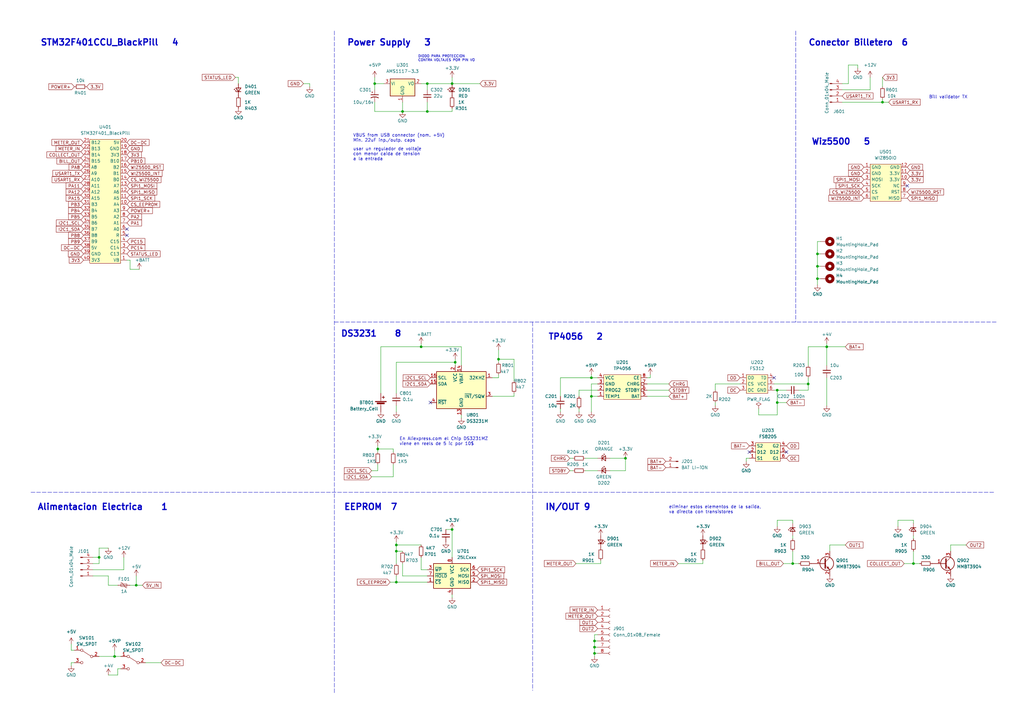
<source format=kicad_sch>
(kicad_sch (version 20211123) (generator eeschema)
  (paper "A3")
  (junction (at 153.67 34.29))
  (junction (at 40.64 228.6))
  (junction (at 242.57 154.94))
  (junction (at 175.26 45.72))
  (junction (at 325.12 231.14))
  (junction (at 46.99 269.24))
  (junction (at 243.84 262.89))
  (junction (at 172.72 142.24))
  (junction (at 162.56 238.76))
  (junction (at 331.47 157.48))
  (junction (at 154.94 184.15))
  (junction (at 243.84 265.43))
  (junction (at 318.77 160.02))
  (junction (at 186.69 148.59))
  (junction (at 165.1 45.72))
  (junction (at 185.42 217.17))
  (junction (at 243.84 267.97))
  (junction (at 339.09 142.24))
  (junction (at 204.47 147.32))
  (junction (at 256.54 187.96))
  (junction (at 55.88 240.03))
  (junction (at 335.28 104.14))
  (junction (at 318.77 165.1))
  (junction (at 185.42 34.29))
  (junction (at 162.56 226.06))
  (junction (at 361.95 41.91))
  (junction (at 374.65 231.14))
  (junction (at 162.56 223.52))
  (junction (at 242.57 162.56))
  (junction (at 335.28 114.3))
  (junction (at 175.26 34.29))
  (junction (at 335.28 109.22))
  (no_connect (at 317.5 154.94))
  (no_connect (at 372.11 76.2))
  (no_connect (at 176.53 165.1))
  (no_connect (at 322.58 185.42))
  (no_connect (at 307.34 185.42))
  (no_connect (at 52.07 96.52))
  (no_connect (at 52.07 93.98))
  (wire (pts (xy 53.34 106.68) (xy 52.07 106.68)))
  (wire (pts (xy 242.57 154.94) (xy 245.11 154.94)))
  (polyline (pts (xy 12.7 201.93) (xy 407.67 201.93)))
  (wire (pts (xy 189.23 142.24) (xy 172.72 142.24)))
  (wire (pts (xy 347.98 26.67) (xy 351.79 26.67)))
  (wire (pts (xy 161.29 184.15) (xy 154.94 184.15)))
  (wire (pts (xy 321.31 231.14) (xy 325.12 231.14)))
  (wire (pts (xy 370.84 231.14) (xy 374.65 231.14)))
  (wire (pts (xy 40.64 224.79) (xy 40.64 228.6)))
  (wire (pts (xy 204.47 147.32) (xy 204.47 148.59)))
  (wire (pts (xy 189.23 171.45) (xy 189.23 170.18)))
  (wire (pts (xy 48.26 276.86) (xy 48.26 274.32)))
  (wire (pts (xy 127 34.29) (xy 127 35.56)))
  (wire (pts (xy 185.42 217.17) (xy 185.42 228.6)))
  (wire (pts (xy 55.88 236.22) (xy 55.88 240.03)))
  (wire (pts (xy 331.47 142.24) (xy 331.47 149.86)))
  (wire (pts (xy 325.12 213.36) (xy 318.77 213.36)))
  (wire (pts (xy 243.84 265.43) (xy 243.84 267.97)))
  (wire (pts (xy 389.89 223.52) (xy 396.24 223.52)))
  (wire (pts (xy 242.57 153.67) (xy 242.57 154.94)))
  (wire (pts (xy 243.84 267.97) (xy 245.11 267.97)))
  (wire (pts (xy 162.56 238.76) (xy 160.02 238.76)))
  (wire (pts (xy 245.11 260.35) (xy 243.84 260.35)))
  (wire (pts (xy 210.82 162.56) (xy 210.82 161.29)))
  (wire (pts (xy 335.28 109.22) (xy 335.28 114.3)))
  (wire (pts (xy 97.79 34.29) (xy 97.79 31.75)))
  (wire (pts (xy 311.15 167.64) (xy 311.15 170.18)))
  (wire (pts (xy 162.56 166.37) (xy 162.56 168.91)))
  (wire (pts (xy 175.26 36.83) (xy 175.26 34.29)))
  (wire (pts (xy 38.1 233.68) (xy 50.8 233.68)))
  (wire (pts (xy 161.29 190.5) (xy 161.29 195.58)))
  (wire (pts (xy 335.28 99.06) (xy 335.28 104.14)))
  (wire (pts (xy 243.84 262.89) (xy 245.11 262.89)))
  (wire (pts (xy 162.56 226.06) (xy 162.56 231.14)))
  (wire (pts (xy 152.4 195.58) (xy 161.29 195.58)))
  (wire (pts (xy 340.36 226.06) (xy 340.36 223.52)))
  (wire (pts (xy 44.45 224.79) (xy 40.64 224.79)))
  (wire (pts (xy 345.44 36.83) (xy 356.87 36.83)))
  (wire (pts (xy 331.47 154.94) (xy 331.47 157.48)))
  (wire (pts (xy 335.28 114.3) (xy 336.55 114.3)))
  (wire (pts (xy 325.12 226.06) (xy 325.12 231.14)))
  (wire (pts (xy 210.82 147.32) (xy 210.82 156.21)))
  (wire (pts (xy 44.45 276.86) (xy 48.26 276.86)))
  (wire (pts (xy 97.79 31.75) (xy 96.52 31.75)))
  (wire (pts (xy 274.32 160.02) (xy 265.43 160.02)))
  (wire (pts (xy 340.36 223.52) (xy 346.71 223.52)))
  (wire (pts (xy 161.29 185.42) (xy 161.29 184.15)))
  (wire (pts (xy 274.32 162.56) (xy 265.43 162.56)))
  (wire (pts (xy 30.48 266.7) (xy 29.21 266.7)))
  (wire (pts (xy 175.26 233.68) (xy 172.72 233.68)))
  (wire (pts (xy 351.79 26.67) (xy 351.79 27.94)))
  (wire (pts (xy 245.11 157.48) (xy 242.57 157.48)))
  (wire (pts (xy 374.65 219.71) (xy 374.65 220.98)))
  (wire (pts (xy 246.38 231.14) (xy 246.38 229.87)))
  (wire (pts (xy 389.89 226.06) (xy 389.89 223.52)))
  (wire (pts (xy 186.69 147.32) (xy 186.69 148.59)))
  (wire (pts (xy 335.28 104.14) (xy 335.28 109.22)))
  (wire (pts (xy 325.12 219.71) (xy 325.12 220.98)))
  (wire (pts (xy 46.99 269.24) (xy 49.53 269.24)))
  (wire (pts (xy 162.56 222.25) (xy 162.56 223.52)))
  (wire (pts (xy 153.67 34.29) (xy 153.67 36.83)))
  (wire (pts (xy 48.26 274.32) (xy 49.53 274.32)))
  (wire (pts (xy 175.26 236.22) (xy 165.1 236.22)))
  (wire (pts (xy 204.47 143.51) (xy 204.47 147.32)))
  (wire (pts (xy 325.12 231.14) (xy 327.66 231.14)))
  (wire (pts (xy 242.57 157.48) (xy 242.57 162.56)))
  (wire (pts (xy 243.84 267.97) (xy 243.84 269.24)))
  (wire (pts (xy 186.69 148.59) (xy 186.69 149.86)))
  (wire (pts (xy 233.68 187.96) (xy 234.95 187.96)))
  (wire (pts (xy 318.77 160.02) (xy 322.58 160.02)))
  (wire (pts (xy 243.84 265.43) (xy 245.11 265.43)))
  (wire (pts (xy 210.82 147.32) (xy 204.47 147.32)))
  (wire (pts (xy 293.37 157.48) (xy 293.37 160.02)))
  (wire (pts (xy 331.47 142.24) (xy 339.09 142.24)))
  (wire (pts (xy 165.1 45.72) (xy 175.26 45.72)))
  (wire (pts (xy 162.56 148.59) (xy 186.69 148.59)))
  (wire (pts (xy 246.38 231.14) (xy 236.22 231.14)))
  (wire (pts (xy 201.93 162.56) (xy 210.82 162.56)))
  (polyline (pts (xy 218.44 132.08) (xy 218.44 283.21)))
  (wire (pts (xy 44.45 236.22) (xy 44.45 240.03)))
  (wire (pts (xy 265.43 154.94) (xy 266.7 154.94)))
  (wire (pts (xy 162.56 238.76) (xy 162.56 236.22)))
  (wire (pts (xy 345.44 41.91) (xy 361.95 41.91)))
  (wire (pts (xy 55.88 240.03) (xy 58.42 240.03)))
  (wire (pts (xy 175.26 34.29) (xy 185.42 34.29)))
  (wire (pts (xy 243.84 262.89) (xy 243.84 265.43)))
  (wire (pts (xy 250.19 187.96) (xy 256.54 187.96)))
  (wire (pts (xy 364.49 41.91) (xy 361.95 41.91)))
  (wire (pts (xy 162.56 223.52) (xy 172.72 223.52)))
  (wire (pts (xy 317.5 160.02) (xy 318.77 160.02)))
  (wire (pts (xy 250.19 193.04) (xy 256.54 193.04)))
  (wire (pts (xy 165.1 226.06) (xy 162.56 226.06)))
  (wire (pts (xy 59.69 271.78) (xy 66.04 271.78)))
  (wire (pts (xy 274.32 157.48) (xy 265.43 157.48)))
  (wire (pts (xy 327.66 160.02) (xy 331.47 160.02)))
  (wire (pts (xy 154.94 190.5) (xy 154.94 193.04)))
  (wire (pts (xy 53.34 110.49) (xy 53.34 106.68)))
  (wire (pts (xy 229.87 154.94) (xy 229.87 162.56)))
  (wire (pts (xy 345.44 34.29) (xy 347.98 34.29)))
  (wire (pts (xy 153.67 45.72) (xy 165.1 45.72)))
  (wire (pts (xy 303.53 157.48) (xy 293.37 157.48)))
  (wire (pts (xy 240.03 193.04) (xy 245.11 193.04)))
  (wire (pts (xy 29.21 264.16) (xy 29.21 266.7)))
  (wire (pts (xy 185.42 245.11) (xy 185.42 243.84)))
  (wire (pts (xy 175.26 45.72) (xy 185.42 45.72)))
  (wire (pts (xy 50.8 233.68) (xy 50.8 228.6)))
  (wire (pts (xy 172.72 140.97) (xy 172.72 142.24)))
  (wire (pts (xy 339.09 140.97) (xy 339.09 142.24)))
  (wire (pts (xy 339.09 154.94) (xy 339.09 166.37)))
  (wire (pts (xy 44.45 240.03) (xy 48.26 240.03)))
  (wire (pts (xy 182.88 217.17) (xy 185.42 217.17)))
  (wire (pts (xy 306.07 187.96) (xy 306.07 189.23)))
  (wire (pts (xy 153.67 31.75) (xy 153.67 34.29)))
  (wire (pts (xy 339.09 142.24) (xy 346.71 142.24)))
  (wire (pts (xy 40.64 269.24) (xy 46.99 269.24)))
  (wire (pts (xy 335.28 109.22) (xy 336.55 109.22)))
  (wire (pts (xy 229.87 168.91) (xy 229.87 167.64)))
  (wire (pts (xy 229.87 154.94) (xy 242.57 154.94)))
  (wire (pts (xy 318.77 165.1) (xy 318.77 160.02)))
  (wire (pts (xy 243.84 260.35) (xy 243.84 262.89)))
  (wire (pts (xy 53.34 240.03) (xy 55.88 240.03)))
  (wire (pts (xy 256.54 187.96) (xy 256.54 193.04)))
  (wire (pts (xy 154.94 184.15) (xy 154.94 185.42)))
  (wire (pts (xy 318.77 213.36) (xy 318.77 215.9)))
  (wire (pts (xy 318.77 170.18) (xy 318.77 165.1)))
  (wire (pts (xy 266.7 154.94) (xy 266.7 153.67)))
  (wire (pts (xy 325.12 214.63) (xy 325.12 213.36)))
  (wire (pts (xy 124.46 34.29) (xy 127 34.29)))
  (wire (pts (xy 162.56 161.29) (xy 162.56 148.59)))
  (wire (pts (xy 172.72 233.68) (xy 172.72 228.6)))
  (wire (pts (xy 153.67 34.29) (xy 157.48 34.29)))
  (wire (pts (xy 374.65 231.14) (xy 377.19 231.14)))
  (wire (pts (xy 307.34 187.96) (xy 306.07 187.96)))
  (wire (pts (xy 38.1 236.22) (xy 44.45 236.22)))
  (wire (pts (xy 311.15 170.18) (xy 318.77 170.18)))
  (wire (pts (xy 165.1 236.22) (xy 165.1 231.14)))
  (wire (pts (xy 152.4 193.04) (xy 154.94 193.04)))
  (polyline (pts (xy 137.16 12.7) (xy 137.16 284.48)))
  (polyline (pts (xy 326.39 12.7) (xy 326.39 132.08)))
  (wire (pts (xy 356.87 36.83) (xy 356.87 31.75)))
  (wire (pts (xy 242.57 162.56) (xy 245.11 162.56)))
  (polyline (pts (xy 137.16 132.08) (xy 408.94 132.08)))
  (wire (pts (xy 40.64 228.6) (xy 40.64 231.14)))
  (wire (pts (xy 374.65 214.63) (xy 374.65 213.36)))
  (wire (pts (xy 154.94 182.88) (xy 154.94 184.15)))
  (wire (pts (xy 368.3 213.36) (xy 368.3 215.9)))
  (wire (pts (xy 162.56 238.76) (xy 175.26 238.76)))
  (wire (pts (xy 172.72 142.24) (xy 156.21 142.24)))
  (wire (pts (xy 201.93 154.94) (xy 204.47 154.94)))
  (wire (pts (xy 46.99 266.7) (xy 46.99 269.24)))
  (wire (pts (xy 162.56 223.52) (xy 162.56 226.06)))
  (wire (pts (xy 29.21 271.78) (xy 29.21 273.05)))
  (wire (pts (xy 233.68 193.04) (xy 234.95 193.04)))
  (wire (pts (xy 374.65 226.06) (xy 374.65 231.14)))
  (wire (pts (xy 185.42 31.75) (xy 185.42 34.29)))
  (wire (pts (xy 38.1 228.6) (xy 40.64 228.6)))
  (wire (pts (xy 361.95 40.64) (xy 361.95 41.91)))
  (wire (pts (xy 172.72 34.29) (xy 175.26 34.29)))
  (wire (pts (xy 293.37 165.1) (xy 293.37 166.37)))
  (wire (pts (xy 185.42 34.29) (xy 196.85 34.29)))
  (wire (pts (xy 245.11 160.02) (xy 237.49 160.02)))
  (wire (pts (xy 339.09 142.24) (xy 339.09 149.86)))
  (wire (pts (xy 242.57 162.56) (xy 242.57 168.91)))
  (wire (pts (xy 336.55 99.06) (xy 335.28 99.06)))
  (wire (pts (xy 153.67 41.91) (xy 153.67 45.72)))
  (wire (pts (xy 175.26 41.91) (xy 175.26 45.72)))
  (wire (pts (xy 189.23 149.86) (xy 189.23 142.24)))
  (wire (pts (xy 331.47 157.48) (xy 331.47 160.02)))
  (wire (pts (xy 156.21 142.24) (xy 156.21 161.29)))
  (wire (pts (xy 361.95 31.75) (xy 361.95 35.56)))
  (wire (pts (xy 335.28 104.14) (xy 336.55 104.14)))
  (wire (pts (xy 374.65 213.36) (xy 368.3 213.36)))
  (wire (pts (xy 322.58 165.1) (xy 318.77 165.1)))
  (wire (pts (xy 30.48 271.78) (xy 29.21 271.78)))
  (wire (pts (xy 165.1 41.91) (xy 165.1 45.72)))
  (wire (pts (xy 240.03 187.96) (xy 245.11 187.96)))
  (wire (pts (xy 347.98 34.29) (xy 347.98 26.67)))
  (wire (pts (xy 57.15 110.49) (xy 53.34 110.49)))
  (wire (pts (xy 317.5 157.48) (xy 331.47 157.48)))
  (wire (pts (xy 288.29 231.14) (xy 288.29 229.87)))
  (wire (pts (xy 335.28 114.3) (xy 335.28 116.84)))
  (wire (pts (xy 204.47 154.94) (xy 204.47 153.67)))
  (wire (pts (xy 38.1 231.14) (xy 40.64 231.14)))
  (wire (pts (xy 185.42 45.72) (xy 185.42 44.45)))
  (wire (pts (xy 237.49 167.64) (xy 237.49 168.91)))
  (wire (pts (xy 237.49 160.02) (xy 237.49 162.56)))
  (wire (pts (xy 288.29 231.14) (xy 278.13 231.14)))
  (text "Conector Billetero  6" (at 331.47 19.05 0) (effects (font (size 2.5 2.5) (thickness 0.5) bold) (justify left bottom)))
  (text "DIODO PARA PROTECCION \nCONTRA VOLTAJES POR PIN VO" (at 171.45 25.4 0) (effects (font (size 1 1)) (justify left bottom)))
  (text "eliminar estos elementos de la salida,\nva directa con transistores" (at 274.32 210.82 0) (effects (font (size 1.27 1.27)) (justify left bottom)))
  (text "DS3231    8" (at 139.7 138.43 0) (effects (font (size 2.5 2.5) (thickness 0.5) bold) (justify left bottom)))
  (text "usar un regulador de voltaje\ncon menor caida de tension \na la entrada" (at 144.78 66.04 0) (effects (font (size 1.27 1.27)) (justify left bottom)))
  (text "Alimentacion Electrica    1" (at 15.24 209.55 0) (effects (font (size 2.54 2.54) (thickness 0.508) bold) (justify left bottom)))
  (text "IN/OUT 9" (at 223.52 209.55 0) (effects (font (size 2.54 2.54) (thickness 0.508) bold) (justify left bottom)))
  (text "En Aliexpress.com el Chip DS3231MZ\nviene en reels de 5 ic por 10$" (at 163.83 182.88 0) (effects (font (size 1.27 1.27)) (justify left bottom)))
  (text "Power Supply   3" (at 142.24 19.05 0) (effects (font (size 2.54 2.54) (thickness 0.508) bold) (justify left bottom)))
  (text "STM32F401CCU_BlackPill   4" (at 16.51 19.05 0) (effects (font (size 2.54 2.54) (thickness 0.508) bold) (justify left bottom)))
  (text "EEPROM  7\n" (at 140.97 209.55 0) (effects (font (size 2.54 2.54) (thickness 0.508) bold) (justify left bottom)))
  (text "Wiz5500   5" (at 332.74 59.69 0) (effects (font (size 2.5 2.5) (thickness 0.5) bold) (justify left bottom)))
  (text "TP4056   2\n" (at 224.79 139.7 0) (effects (font (size 2.5 2.5) (thickness 0.5) bold) (justify left bottom)))
  (text "VBUS from USB connector (nom. +5V)\nMin. 22uF inp./outp. caps" (at 144.78 58.42 0) (effects (font (size 1.27 1.27)) (justify left bottom)))
  (text "Bill validator TX" (at 381 40.64 0) (effects (font (size 1.27 1.27)) (justify left bottom)))
  (global_label "OUT2" (shape input) (at 245.11 257.81 180) (property "Referencias entre hojas" "${INTERSHEET_REFS}" (effects hide)))
  (global_label "PB4" (shape input) (at 34.29 86.36 180) (property "Referencias entre hojas" "${INTERSHEET_REFS}" (effects hide)))
  (global_label "SPI1_SCK" (shape input) (at 52.07 81.28 0) (property "Referencias entre hojas" "${INTERSHEET_REFS}" (effects hide)))
  (global_label "3.3V" (shape input) (at 196.85 34.29 0) (property "Referencias entre hojas" "${INTERSHEET_REFS}" (effects hide)))
  (global_label "BAT+" (shape input) (at 274.32 162.56 0) (property "Referencias entre hojas" "${INTERSHEET_REFS}" (effects hide)))
  (global_label "BILL_OUT" (shape input) (at 34.29 66.04 180) (property "Referencias entre hojas" "${INTERSHEET_REFS}" (effects hide)))
  (global_label "STDBY" (shape input) (at 233.68 193.04 180) (property "Referencias entre hojas" "${INTERSHEET_REFS}" (effects hide)))
  (global_label "OUT1" (shape input) (at 245.11 255.27 180) (property "Referencias entre hojas" "${INTERSHEET_REFS}" (effects hide)))
  (global_label "WIZ5500_INT" (shape input) (at 354.33 81.28 180) (property "Referencias entre hojas" "${INTERSHEET_REFS}" (effects hide)))
  (global_label "CS_EEPROM" (shape input) (at 52.07 83.82 0) (property "Referencias entre hojas" "${INTERSHEET_REFS}" (effects hide)))
  (global_label "BAT+" (shape input) (at 273.05 189.23 180) (property "Referencias entre hojas" "${INTERSHEET_REFS}" (effects hide)))
  (global_label "3V3" (shape input) (at 34.29 106.68 180) (property "Referencias entre hojas" "${INTERSHEET_REFS}" (effects hide)))
  (global_label "PA11" (shape input) (at 34.29 76.2 180) (property "Referencias entre hojas" "${INTERSHEET_REFS}" (effects hide)))
  (global_label "METER_OUT" (shape input) (at 236.22 231.14 180) (property "Referencias entre hojas" "${INTERSHEET_REFS}" (effects hide)))
  (global_label "DC-DC" (shape input) (at 34.29 101.6 180) (property "Referencias entre hojas" "${INTERSHEET_REFS}" (effects hide)))
  (global_label "I2C1_SDA" (shape input) (at 152.4 195.58 180) (property "Referencias entre hojas" "${INTERSHEET_REFS}" (effects hide)))
  (global_label "SPI1_SCK" (shape input) (at 195.58 233.68 0) (property "Referencias entre hojas" "${INTERSHEET_REFS}" (effects hide)))
  (global_label "METER_IN" (shape input) (at 278.13 231.14 180) (property "Referencias entre hojas" "${INTERSHEET_REFS}" (effects hide)))
  (global_label "PA12" (shape input) (at 34.29 78.74 180) (property "Referencias entre hojas" "${INTERSHEET_REFS}" (effects hide)))
  (global_label "USART1_RX" (shape input) (at 364.49 41.91 0) (property "Referencias entre hojas" "${INTERSHEET_REFS}" (effects hide)))
  (global_label "OUT2" (shape input) (at 396.24 223.52 0) (property "Referencias entre hojas" "${INTERSHEET_REFS}" (effects hide)))
  (global_label "STDBY" (shape input) (at 274.32 160.02 0) (property "Referencias entre hojas" "${INTERSHEET_REFS}" (effects hide)))
  (global_label "PC14" (shape input) (at 52.07 101.6 0) (property "Referencias entre hojas" "${INTERSHEET_REFS}" (effects hide)))
  (global_label "BAT-" (shape input) (at 273.05 191.77 180) (property "Referencias entre hojas" "${INTERSHEET_REFS}" (effects hide)))
  (global_label "GND" (shape input) (at 354.33 68.58 180) (property "Referencias entre hojas" "${INTERSHEET_REFS}" (effects hide)))
  (global_label "3.3V" (shape input) (at 372.11 73.66 0) (property "Referencias entre hojas" "${INTERSHEET_REFS}" (effects hide)))
  (global_label "I2C1_SDA" (shape input) (at 34.29 93.98 180) (property "Referencias entre hojas" "${INTERSHEET_REFS}" (effects hide)))
  (global_label "COLLECT_OUT" (shape input) (at 34.29 63.5 180) (property "Referencias entre hojas" "${INTERSHEET_REFS}" (effects hide)))
  (global_label "GND" (shape input) (at 124.46 34.29 180) (property "Referencias entre hojas" "${INTERSHEET_REFS}" (effects hide)))
  (global_label "OD" (shape input) (at 322.58 182.88 0) (property "Referencias entre hojas" "${INTERSHEET_REFS}" (effects hide)))
  (global_label "CS_WIZ5500" (shape input) (at 52.07 73.66 0) (property "Referencias entre hojas" "${INTERSHEET_REFS}" (effects hide)))
  (global_label "POWER+" (shape input) (at 30.48 35.56 180) (property "Referencias entre hojas" "${INTERSHEET_REFS}" (effects hide)))
  (global_label "PB9" (shape input) (at 34.29 99.06 180) (property "Referencias entre hojas" "${INTERSHEET_REFS}" (effects hide)))
  (global_label "CS_EEPROM" (shape input) (at 160.02 238.76 180) (property "Referencias entre hojas" "${INTERSHEET_REFS}" (effects hide)))
  (global_label "I2C1_SCL" (shape input) (at 34.29 91.44 180) (property "Referencias entre hojas" "${INTERSHEET_REFS}" (effects hide)))
  (global_label "DC-DC" (shape input) (at 66.04 271.78 0) (property "Referencias entre hojas" "${INTERSHEET_REFS}" (effects hide)))
  (global_label "METER_OUT" (shape input) (at 34.29 58.42 180) (property "Referencias entre hojas" "${INTERSHEET_REFS}" (effects hide)))
  (global_label "PA1" (shape input) (at 52.07 91.44 0) (property "Referencias entre hojas" "${INTERSHEET_REFS}" (effects hide)))
  (global_label "SPI1_MISO" (shape input) (at 52.07 78.74 0) (property "Referencias entre hojas" "${INTERSHEET_REFS}" (effects hide)))
  (global_label "SPI_MOSI" (shape input) (at 195.58 236.22 0) (property "Referencias entre hojas" "${INTERSHEET_REFS}" (effects hide)))
  (global_label "WIZ5500_RST" (shape input) (at 52.07 68.58 0) (property "Referencias entre hojas" "${INTERSHEET_REFS}" (effects hide)))
  (global_label "I2C1_SDA" (shape input) (at 176.53 157.48 180) (property "Referencias entre hojas" "${INTERSHEET_REFS}" (effects hide)))
  (global_label "BAT-" (shape input) (at 307.34 182.88 180) (property "Referencias entre hojas" "${INTERSHEET_REFS}" (effects hide)))
  (global_label "SPI1_MISO" (shape input) (at 372.11 81.28 0) (property "Referencias entre hojas" "${INTERSHEET_REFS}" (effects hide)))
  (global_label "I2C1_SCL" (shape input) (at 152.4 193.04 180) (property "Referencias entre hojas" "${INTERSHEET_REFS}" (effects hide)))
  (global_label "OC" (shape input) (at 322.58 187.96 0) (property "Referencias entre hojas" "${INTERSHEET_REFS}" (effects hide)))
  (global_label "STATUS_LED" (shape input) (at 52.07 104.14 0) (property "Referencias entre hojas" "${INTERSHEET_REFS}" (effects hide)))
  (global_label "PA15" (shape input) (at 34.29 81.28 180) (property "Referencias entre hojas" "${INTERSHEET_REFS}" (effects hide)))
  (global_label "SPI1_MOSI" (shape input) (at 354.33 73.66 180) (property "Referencias entre hojas" "${INTERSHEET_REFS}" (effects hide)))
  (global_label "GND" (shape input) (at 52.07 60.96 0) (property "Referencias entre hojas" "${INTERSHEET_REFS}" (effects hide)))
  (global_label "BAT-" (shape input) (at 322.58 165.1 0) (property "Referencias entre hojas" "${INTERSHEET_REFS}" (effects hide)))
  (global_label "BAT+" (shape input) (at 346.71 142.24 0) (property "Referencias entre hojas" "${INTERSHEET_REFS}" (effects hide)))
  (global_label "PA8" (shape input) (at 34.29 68.58 180) (property "Referencias entre hojas" "${INTERSHEET_REFS}" (effects hide)))
  (global_label "PB8" (shape input) (at 34.29 96.52 180) (property "Referencias entre hojas" "${INTERSHEET_REFS}" (effects hide)))
  (global_label "GND" (shape input) (at 354.33 71.12 180) (property "Referencias entre hojas" "${INTERSHEET_REFS}" (effects hide)))
  (global_label "CHRG" (shape input) (at 274.32 157.48 0) (property "Referencias entre hojas" "${INTERSHEET_REFS}" (effects hide)))
  (global_label "WIZ5500_RST" (shape input) (at 372.11 78.74 0) (property "Referencias entre hojas" "${INTERSHEET_REFS}" (effects hide)))
  (global_label "POWER+" (shape input) (at 52.07 86.36 0) (property "Referencias entre hojas" "${INTERSHEET_REFS}" (effects hide)))
  (global_label "PB3" (shape input) (at 34.29 83.82 180) (property "Referencias entre hojas" "${INTERSHEET_REFS}" (effects hide)))
  (global_label "SPI1_MOSI" (shape input) (at 52.07 76.2 0) (property "Referencias entre hojas" "${INTERSHEET_REFS}" (effects hide)))
  (global_label "OD" (shape input) (at 303.53 154.94 180) (property "Referencias entre hojas" "${INTERSHEET_REFS}" (effects hide)))
  (global_label "CS_WIZ5500" (shape input) (at 354.33 78.74 180) (property "Referencias entre hojas" "${INTERSHEET_REFS}" (effects hide)))
  (global_label "STATUS_LED" (shape input) (at 96.52 31.75 180) (property "Referencias entre hojas" "${INTERSHEET_REFS}" (effects hide)))
  (global_label "METER_OUT" (shape input) (at 245.11 252.73 180) (property "Referencias entre hojas" "${INTERSHEET_REFS}" (effects hide)))
  (global_label "3V3" (shape input) (at 52.07 63.5 0) (property "Referencias entre hojas" "${INTERSHEET_REFS}" (effects hide)))
  (global_label "DC-DC" (shape input) (at 52.07 58.42 0) (property "Referencias entre hojas" "${INTERSHEET_REFS}" (effects hide)))
  (global_label "GND" (shape input) (at 34.29 104.14 180) (property "Referencias entre hojas" "${INTERSHEET_REFS}" (effects hide)))
  (global_label "WIZ5500_INT" (shape input) (at 52.07 71.12 0) (property "Referencias entre hojas" "${INTERSHEET_REFS}" (effects hide)))
  (global_label "PA2" (shape input) (at 52.07 88.9 0) (property "Referencias entre hojas" "${INTERSHEET_REFS}" (effects hide)))
  (global_label "SPI1_SCK" (shape input) (at 354.33 76.2 180) (property "Referencias entre hojas" "${INTERSHEET_REFS}" (effects hide)))
  (global_label "GND" (shape input) (at 372.11 68.58 0) (property "Referencias entre hojas" "${INTERSHEET_REFS}" (effects hide)))
  (global_label "COLLECT_OUT" (shape input) (at 370.84 231.14 180) (property "Referencias entre hojas" "${INTERSHEET_REFS}" (effects hide)))
  (global_label "I2C1_SCL" (shape input) (at 176.53 154.94 180) (property "Referencias entre hojas" "${INTERSHEET_REFS}" (effects hide)))
  (global_label "METER_IN" (shape input) (at 245.11 250.19 180) (property "Referencias entre hojas" "${INTERSHEET_REFS}" (effects hide)))
  (global_label "PB5" (shape input) (at 34.29 88.9 180) (property "Referencias entre hojas" "${INTERSHEET_REFS}" (effects hide)))
  (global_label "USART1_TX" (shape input) (at 34.29 71.12 180) (property "Referencias entre hojas" "${INTERSHEET_REFS}" (effects hide)))
  (global_label "OC" (shape input) (at 303.53 160.02 180) (property "Referencias entre hojas" "${INTERSHEET_REFS}" (effects hide)))
  (global_label "BILL_OUT" (shape input) (at 321.31 231.14 180) (property "Referencias entre hojas" "${INTERSHEET_REFS}" (effects hide)))
  (global_label "3.3V" (shape input) (at 372.11 71.12 0) (property "Referencias entre hojas" "${INTERSHEET_REFS}" (effects hide)))
  (global_label "3V3" (shape input) (at 361.95 31.75 0) (property "Referencias entre hojas" "${INTERSHEET_REFS}" (effects hide)))
  (global_label "SPI1_MISO" (shape input) (at 195.58 238.76 0) (property "Referencias entre hojas" "${INTERSHEET_REFS}" (effects hide)))
  (global_label "5V_IN" (shape input) (at 58.42 240.03 0) (property "Referencias entre hojas" "${INTERSHEET_REFS}" (effects hide)))
  (global_label "OUT1" (shape input) (at 346.71 223.52 0) (property "Referencias entre hojas" "${INTERSHEET_REFS}" (effects hide)))
  (global_label "CHRG" (shape input) (at 233.68 187.96 180) (property "Referencias entre hojas" "${INTERSHEET_REFS}" (effects hide)))
  (global_label "3.3V" (shape input) (at 35.56 35.56 0) (property "Referencias entre hojas" "${INTERSHEET_REFS}" (effects hide)))
  (global_label "METER_IN" (shape input) (at 34.29 60.96 180) (property "Referencias entre hojas" "${INTERSHEET_REFS}" (effects hide)))
  (global_label "PC15" (shape input) (at 52.07 99.06 0) (property "Referencias entre hojas" "${INTERSHEET_REFS}" (effects hide)))
  (global_label "PB10" (shape input) (at 52.07 66.04 0) (property "Referencias entre hojas" "${INTERSHEET_REFS}" (effects hide)))
  (global_label "USART1_RX" (shape input) (at 34.29 73.66 180) (property "Referencias entre hojas" "${INTERSHEET_REFS}" (effects hide)))
  (global_label "USART1_TX" (shape input) (at 345.44 39.37 0) (property "Referencias entre hojas" "${INTERSHEET_REFS}" (effects hide)))
  (symbol (lib_id "power:+12V") (at 50.8 228.6 0) (unit 1)
    (property "Reference" "#PWR0104" (effects hide))
    (property "Value" "+12V" (at 50.8 224.79 0))
  )
  (symbol (lib_id "power:+5V") (at 55.88 236.22 0) (unit 1)
    (property "Reference" "#PWR0107" (effects hide))
    (property "Value" "+5V" (at 55.88 232.41 0))
  )
  (symbol (lib_id "Connector:Conn_01x04_Male") (at 33.02 233.68 0) (mirror x) (unit 1)
    (property "Reference" "J101" (at 34.29 226.06 0))
    (property "Value" "Conn_01x04_Male" (at 29.21 232.41 90))
    (property "Footprint" "Library:Molex_Mini-Fit_Jr_5566-04A" (effects hide))
  )
  (symbol (lib_id "power:GND") (at 237.49 168.91 0) (unit 1)
    (property "Reference" "#PWR0116" (effects hide))
    (property "Value" "GND" (at 237.49 172.72 0))
  )
  (symbol (lib_id "Device:LED_Small") (at 247.65 193.04 0) (unit 1)
    (property "Reference" "D202" (at 247.65 198.12 0))
    (property "Value" "GREEN" (at 247.65 195.58 0))
    (property "Footprint" "LED_SMD:LED_0603_1608Metric" (effects hide))
    (property "LCSC Part #" "C375574" (effects hide))
  )
  (symbol (lib_id "Device:R_Small") (at 379.73 231.14 270) (unit 1)
    (property "Reference" "R906" (at 381 233.68 90))
    (property "Value" "330" (at 379.73 228.6 90))
    (property "Footprint" "Resistor_SMD:R_0402_1005Metric" (effects hide))
    (property "LCSC Part #" "C105876" (effects hide))
  )
  (symbol (lib_id "power:+3.3V") (at 154.94 182.88 0) (unit 1)
    (property "Reference" "#PWR0121" (effects hide))
    (property "Value" "+3.3V" (at 153.67 179.07 0))
  )
  (symbol (lib_id "Device:R_Small") (at 361.95 38.1 180) (unit 1)
    (property "Reference" "R601" (at 365.76 36.83 0))
    (property "Value" "10k" (at 365.76 39.37 0))
    (property "Footprint" "Resistor_SMD:R_0402_1005Metric" (effects hide))
    (property "LCSC Part #" "C144754" (effects hide))
  )
  (symbol (lib_id "power:GND") (at 97.79 44.45 0) (unit 1)
    (property "Reference" "#PWR0118" (effects hide))
    (property "Value" "GND" (at 97.79 48.26 0))
  )
  (symbol (lib_id "power:+5VP") (at 46.99 266.7 0) (unit 1)
    (property "Reference" "#PWR0103" (effects hide))
    (property "Value" "+5VP" (at 46.99 262.89 0))
  )
  (symbol (lib_id "Device:C_Small") (at 182.88 219.71 0) (mirror y) (unit 1)
    (property "Reference" "C701" (at 181.61 217.17 0) (effects (justify left)))
    (property "Value" "0.1u" (at 180.34 219.71 0) (effects (justify left)))
    (property "Footprint" "Capacitor_SMD:C_0805_2012Metric" (effects hide))
    (property "LCSC Part #" "C40894" (effects hide))
  )
  (symbol (lib_id "Device:C_Small") (at 162.56 163.83 0) (unit 1)
    (property "Reference" "C801" (at 163.83 161.29 0) (effects (justify left)))
    (property "Value" "0.1u" (at 165.1 163.83 0) (effects (justify left)))
    (property "Footprint" "Capacitor_SMD:C_0805_2012Metric" (effects hide))
    (property "LCSC Part #" "C40894" (effects hide))
  )
  (symbol (lib_id "power:+BATT") (at 57.15 110.49 0) (unit 1)
    (property "Reference" "#PWR0119" (effects hide))
    (property "Value" "+BATT" (at 58.42 106.68 0))
  )
  (symbol (lib_id "power:+5VP") (at 266.7 153.67 0) (unit 1)
    (property "Reference" "#PWR0144" (effects hide))
    (property "Value" "+5VP" (at 266.7 149.86 0))
  )
  (symbol (lib_id "power:GND") (at 189.23 171.45 0) (unit 1)
    (property "Reference" "#PWR0117" (effects hide))
    (property "Value" "GND" (at 189.23 175.26 0))
  )
  (symbol (lib_id "Library:FS8205") (at 314.96 185.42 0) (mirror x) (unit 1)
    (property "Reference" "U203" (at 314.96 176.53 0))
    (property "Value" "FS8205" (at 314.96 179.07 0))
    (property "Footprint" "Package_TO_SOT_SMD:TSOT-23-6_HandSoldering" (effects hide))
  )
  (symbol (lib_id "power:GND") (at 242.57 168.91 0) (unit 1)
    (property "Reference" "#PWR0113" (effects hide))
    (property "Value" "GND" (at 242.57 172.72 0))
  )
  (symbol (lib_id "power:+3.3V") (at 256.54 187.96 0) (unit 1)
    (property "Reference" "#PWR0122" (effects hide))
    (property "Value" "+3.3V" (at 256.54 184.15 0))
  )
  (symbol (lib_id "Device:C_Small") (at 339.09 152.4 180) (unit 1)
    (property "Reference" "C203" (at 345.44 154.94 0) (effects (justify left)))
    (property "Value" "10u" (at 344.17 149.86 0) (effects (justify left)))
    (property "Footprint" "Capacitor_SMD:C_0805_2012Metric" (effects hide))
    (property "LCSC Part #" "C40894" (effects hide))
  )
  (symbol (lib_id "power:GND") (at 127 35.56 0) (unit 1)
    (property "Reference" "#PWR0133" (effects hide))
    (property "Value" "GND" (at 127 39.37 0))
  )
  (symbol (lib_id "Device:R_Small") (at 185.42 41.91 180) (unit 1)
    (property "Reference" "R301" (at 189.23 44.45 0))
    (property "Value" "1K" (at 189.23 41.91 0))
    (property "Footprint" "Resistor_SMD:R_0402_1005Metric" (effects hide))
    (property "LCSC Part #" "C25867" (effects hide))
  )
  (symbol (lib_id "power:GND") (at 229.87 168.91 0) (unit 1)
    (property "Reference" "#PWR0127" (effects hide))
    (property "Value" "GND" (at 229.87 172.72 0))
  )
  (symbol (lib_id "Device:LED_Small") (at 247.65 187.96 0) (unit 1)
    (property "Reference" "D201" (at 247.7135 181.61 0))
    (property "Value" "ORANGE" (at 247.7135 184.15 0))
    (property "Footprint" "LED_SMD:LED_0603_1608Metric" (effects hide))
    (property "LCSC Part #" "C375574" (effects hide))
  )
  (symbol (lib_id "power:GND") (at 368.3 215.9 0) (unit 1)
    (property "Reference" "#PWR0152" (effects hide))
    (property "Value" "GND" (at 368.3 219.71 0))
  )
  (symbol (lib_id "Mechanical:MountingHole_Pad") (at 339.09 114.3 270) (unit 1)
    (property "Reference" "H4" (at 342.9 113.0299 90) (effects (justify left)))
    (property "Value" "MountingHole_Pad" (at 342.9 115.5699 90) (effects (justify left)))
    (property "Footprint" "MountingHole:MountingHole_2.7mm_Pad_Via" (effects hide))
  )
  (symbol (lib_id "power:+3.3V") (at 288.29 219.71 0) (unit 1)
    (property "Reference" "#PWR0145" (effects hide))
    (property "Value" "+3.3V" (at 288.29 215.9 0))
  )
  (symbol (lib_id "power:GND") (at 293.37 166.37 0) (unit 1)
    (property "Reference" "#PWR0143" (effects hide))
    (property "Value" "GND" (at 293.37 170.18 0))
  )
  (symbol (lib_id "power:GND") (at 243.84 269.24 0) (unit 1)
    (property "Reference" "#PWR0115" (effects hide))
    (property "Value" "GND" (at 243.84 273.05 0))
  )
  (symbol (lib_id "Timer_RTC:DS3231M") (at 189.23 160.02 0) (unit 1)
    (property "Reference" "U801" (at 191.2494 170.18 0) (effects (justify left)))
    (property "Value" "DS3231M" (at 191.2494 172.72 0) (effects (justify left)))
    (property "Footprint" "Package_SO:SOIC-16W_7.5x10.3mm_P1.27mm" (effects hide))
    (property "Datasheet" "http://datasheets.maximintegrated.com/en/ds/DS3231.pdf" (effects hide))
  )
  (symbol (lib_id "Device:R_Small") (at 237.49 193.04 90) (unit 1)
    (property "Reference" "R205" (at 234.95 190.5 90))
    (property "Value" "1K" (at 240.03 190.5 90))
    (property "Footprint" "Resistor_SMD:R_0402_1005Metric" (effects hide))
    (property "LCSC Part #" "C25867" (effects hide))
  )
  (symbol (lib_id "Connector:Conn_01x04_Male") (at 340.36 39.37 0) (mirror x) (unit 1)
    (property "Reference" "J601" (at 344.17 45.72 0))
    (property "Value" "Conn_01x04_Male" (at 339.09 38.1 90))
    (property "Footprint" "Library:Molex_Mini-Fit_Jr_5566-04A" (effects hide))
  )
  (symbol (lib_id "Device:R_Small") (at 161.29 187.96 180) (unit 1)
    (property "Reference" "R804" (at 165.1 186.69 0))
    (property "Value" "1K5" (at 165.1 189.23 0))
    (property "Footprint" "Resistor_SMD:R_0402_1005Metric" (effects hide))
    (property "LCSC Part #" "C25867" (effects hide))
  )
  (symbol (lib_id "power:GND") (at 165.1 45.72 0) (unit 1)
    (property "Reference" "#PWR0139" (effects hide))
    (property "Value" "GND" (at 165.1 49.53 0))
  )
  (symbol (lib_id "Device:R_Small") (at 331.47 152.4 180) (unit 1)
    (property "Reference" "R203" (at 327.66 149.86 0))
    (property "Value" "100" (at 327.66 153.67 0))
    (property "Footprint" "Resistor_SMD:R_0402_1005Metric" (effects hide))
    (property "LCSC Part #" "C106233" (effects hide))
  )
  (symbol (lib_id "Library:STM32F401_BlackPill") (at 43.18 82.55 0) (unit 1)
    (property "Reference" "U401" (at 43.18 52.07 0))
    (property "Value" "STM32F401_BlackPill" (at 43.18 54.61 0))
    (property "Footprint" "Library:STM32F401_BlackPill" (effects hide))
  )
  (symbol (lib_id "power:GND") (at 162.56 168.91 0) (unit 1)
    (property "Reference" "#PWR0108" (effects hide))
    (property "Value" "GND" (at 162.56 172.72 0))
  )
  (symbol (lib_id "Device:R_Small") (at 330.2 231.14 270) (unit 1)
    (property "Reference" "R904" (at 331.47 233.68 90))
    (property "Value" "330" (at 330.2 228.6 90))
    (property "Footprint" "Resistor_SMD:R_0402_1005Metric" (effects hide))
    (property "LCSC Part #" "C105876" (effects hide))
  )
  (symbol (lib_id "power:GND") (at 44.45 224.79 0) (unit 1)
    (property "Reference" "#PWR0106" (effects hide))
    (property "Value" "GND" (at 44.45 228.6 0))
  )
  (symbol (lib_id "power:+3.3V") (at 246.38 219.71 0) (unit 1)
    (property "Reference" "#PWR0146" (effects hide))
    (property "Value" "+3.3V" (at 246.38 215.9 0))
  )
  (symbol (lib_id "power:+5VP") (at 153.67 31.75 0) (unit 1)
    (property "Reference" "#PWR0140" (effects hide))
    (property "Value" "+5VP" (at 153.67 26.67 0))
  )
  (symbol (lib_id "Device:LED_Small") (at 97.79 36.83 90) (unit 1)
    (property "Reference" "D401" (at 100.33 35.4964 90) (effects (justify right)))
    (property "Value" "GREEN" (at 100.33 38.0364 90) (effects (justify right)))
    (property "Footprint" "LED_SMD:LED_0603_1608Metric" (effects hide))
    (property "LCSC Part #" "C375574" (effects hide))
  )
  (symbol (lib_id "power:+4V") (at 339.09 140.97 0) (unit 1)
    (property "Reference" "#PWR0132" (effects hide))
    (property "Value" "+4V" (at 339.09 137.16 0))
  )
  (symbol (lib_id "power:+12V") (at 356.87 31.75 0) (unit 1)
    (property "Reference" "#PWR0129" (effects hide))
    (property "Value" "+12V" (at 356.87 26.67 0))
  )
  (symbol (lib_id "Switch:SW_SPDT") (at 54.61 271.78 0) (mirror y) (unit 1)
    (property "Reference" "SW102" (at 54.61 264.16 0))
    (property "Value" "SW_SPDT" (at 54.61 266.7 0))
    (property "Footprint" "Library:SLIDE SWITCH VERTICAL SMD" (effects hide))
  )
  (symbol (lib_id "Device:R_Small") (at 246.38 227.33 0) (mirror x) (unit 1)
    (property "Reference" "R901" (at 241.3 229.87 0))
    (property "Value" "1K" (at 242.57 227.33 0))
    (property "Footprint" "Resistor_SMD:R_0402_1005Metric" (effects hide))
    (property "LCSC Part #" "C25867" (effects hide))
  )
  (symbol (lib_id "power:GND") (at 351.79 27.94 0) (unit 1)
    (property "Reference" "#PWR0128" (effects hide))
    (property "Value" "GND" (at 351.79 31.75 0))
  )
  (symbol (lib_id "power:+4V") (at 44.45 276.86 0) (unit 1)
    (property "Reference" "#PWR0105" (effects hide))
    (property "Value" "+4V" (at 44.45 273.05 0))
  )
  (symbol (lib_id "Device:R_Small") (at 154.94 187.96 180) (unit 1)
    (property "Reference" "R803" (at 151.13 186.69 0))
    (property "Value" "1K5" (at 152.4 189.23 0))
    (property "Footprint" "Resistor_SMD:R_0402_1005Metric" (effects hide))
    (property "LCSC Part #" "C25867" (effects hide))
  )
  (symbol (lib_id "Mechanical:MountingHole_Pad") (at 339.09 109.22 270) (unit 1)
    (property "Reference" "H3" (at 342.9 107.9499 90) (effects (justify left)))
    (property "Value" "MountingHole_Pad" (at 342.9 110.4899 90) (effects (justify left)))
    (property "Footprint" "MountingHole:MountingHole_2.7mm_Pad_Via" (effects hide))
  )
  (symbol (lib_id "Device:R_Small") (at 237.49 187.96 90) (unit 1)
    (property "Reference" "R204" (at 234.95 185.42 90))
    (property "Value" "1K" (at 240.03 185.42 90))
    (property "Footprint" "Resistor_SMD:R_0402_1005Metric" (effects hide))
    (property "LCSC Part #" "C25867" (effects hide))
  )
  (symbol (lib_id "Device:R_Small") (at 165.1 228.6 0) (unit 1)
    (property "Reference" "R703" (at 168.91 229.87 0))
    (property "Value" "4k7" (at 167.64 227.33 0))
    (property "Footprint" "Resistor_SMD:R_0402_1005Metric" (effects hide))
    (property "LCSC Part #" "C105871" (effects hide))
  )
  (symbol (lib_id "power:GND") (at 339.09 166.37 0) (unit 1)
    (property "Reference" "#PWR0147" (effects hide))
    (property "Value" "GND" (at 339.09 170.18 0))
  )
  (symbol (lib_id "power:GND") (at 389.89 236.22 0) (unit 1)
    (property "Reference" "#PWR0151" (effects hide))
    (property "Value" "GND" (at 389.89 240.03 0))
  )
  (symbol (lib_id "Switch:SW_SPDT") (at 35.56 269.24 0) (mirror y) (unit 1)
    (property "Reference" "SW101" (at 35.56 261.62 0))
    (property "Value" "SW_SPDT" (at 35.56 264.16 0))
    (property "Footprint" "Library:SLIDE SWITCH VERTICAL SMD" (effects hide))
  )
  (symbol (lib_id "Device:C_Polarized_Small_US") (at 153.67 39.37 0) (unit 1)
    (property "Reference" "C301" (at 147.32 36.83 0) (effects (justify left)))
    (property "Value" "10u/16v" (at 144.78 41.91 0) (effects (justify left)))
    (property "Footprint" "Capacitor_Tantalum_SMD:CP_EIA-3216-18_Kemet-A" (effects hide))
  )
  (symbol (lib_id "Device:R_Small") (at 204.47 151.13 180) (unit 1)
    (property "Reference" "R801" (at 208.28 149.86 0))
    (property "Value" "4k7" (at 207.01 152.4 0))
    (property "Footprint" "Resistor_SMD:R_0402_1005Metric" (effects hide))
    (property "LCSC Part #" "C105871" (effects hide))
  )
  (symbol (lib_id "Device:Polyfuse_Small") (at 50.8 240.03 90) (mirror x) (unit 1)
    (property "Reference" "F101" (at 53.34 237.49 90) (effects (justify left)))
    (property "Value" "1A" (at 52.07 242.57 90) (effects (justify left)))
    (property "Footprint" "Fuse:Fuse_1206_3216Metric" (effects hide))
    (property "Footprint" "Fuse:Fuse_1206_3216Metric" (effects hide))
    (property "Reference" "F101" (effects hide))
    (property "Value" "1A" (effects hide))
    (property "LCSC Part #" "C71465" (effects hide))
  )
  (symbol (lib_id "Memory_EEPROM:25LCxxx") (at 185.42 236.22 0) (unit 1)
    (property "Reference" "U701" (at 187.4394 226.06 0) (effects (justify left)))
    (property "Value" "25LCxxx" (at 187.4394 228.6 0) (effects (justify left)))
    (property "Footprint" "Package_SO:SOIC-8_3.9x4.9mm_P1.27mm" (effects hide))
    (property "Datasheet" "http://ww1.microchip.com/downloads/en/DeviceDoc/21832H.pdf" (effects hide))
  )
  (symbol (lib_id "Device:R_Small") (at 325.12 223.52 0) (mirror x) (unit 1)
    (property "Reference" "R903" (at 320.04 226.06 0))
    (property "Value" "1K" (at 321.31 223.52 0))
    (property "Footprint" "Resistor_SMD:R_0402_1005Metric" (effects hide))
    (property "LCSC Part #" "C25867" (effects hide))
  )
  (symbol (lib_id "power:GND") (at 29.21 273.05 0) (unit 1)
    (property "Reference" "#PWR0102" (effects hide))
    (property "Value" "GND" (at 29.21 276.86 0))
  )
  (symbol (lib_id "Device:R_Small") (at 288.29 227.33 0) (mirror x) (unit 1)
    (property "Reference" "R902" (at 283.21 229.87 0))
    (property "Value" "1K" (at 284.48 227.33 0))
    (property "Footprint" "Resistor_SMD:R_0402_1005Metric" (effects hide))
    (property "LCSC Part #" "C25867" (effects hide))
  )
  (symbol (lib_id "Mechanical:MountingHole_Pad") (at 339.09 104.14 270) (unit 1)
    (property "Reference" "H2" (at 342.9 102.8699 90) (effects (justify left)))
    (property "Value" "MountingHole_Pad" (at 342.9 105.4099 90) (effects (justify left)))
    (property "Footprint" "MountingHole:MountingHole_2.7mm_Pad_Via" (effects hide))
  )
  (symbol (lib_id "Connector:Conn_01x08_Female") (at 250.19 257.81 0) (unit 1)
    (property "Reference" "J901" (at 251.46 257.8099 0) (effects (justify left)))
    (property "Value" "Conn_01x08_Female" (at 251.46 260.3499 0) (effects (justify left)))
    (property "Footprint" "Library:molex_Mini-Fit_Jr_5566-08A" (effects hide))
  )
  (symbol (lib_id "Device:C_Small") (at 175.26 39.37 0) (unit 1)
    (property "Reference" "C302" (at 176.53 36.83 0) (effects (justify left)))
    (property "Value" "22u" (at 177.8 39.37 0) (effects (justify left)))
    (property "Footprint" "Capacitor_SMD:C_0805_2012Metric" (effects hide))
    (property "LCSC Part #" "C129303" (effects hide))
  )
  (symbol (lib_id "power:GND") (at 318.77 215.9 0) (unit 1)
    (property "Reference" "#PWR0153" (effects hide))
    (property "Value" "GND" (at 318.77 219.71 0))
  )
  (symbol (lib_id "Transistor_BJT:MMBT3904") (at 337.82 231.14 0) (unit 1)
    (property "Reference" "Q901" (at 342.9 229.8699 0) (effects (justify left)))
    (property "Value" "MMBT3904" (at 342.9 232.4099 0) (effects (justify left)))
    (property "Footprint" "Package_TO_SOT_SMD:SOT-23" (effects hide))
    (property "Datasheet" "https://www.onsemi.com/pub/Collateral/2N3903-D.PDF" (effects hide))
    (property "LCSC Part #" "C2150" (effects hide))
  )
  (symbol (lib_id "Library:WIZ850IO") (at 360.68 73.66 0) (unit 1)
    (property "Reference" "U501" (at 363.22 62.23 0))
    (property "Value" "WIZ850IO" (at 363.22 64.77 0))
    (property "Footprint" "Library:WIZ850IO" (effects hide))
  )
  (symbol (lib_id "Device:C_Small") (at 325.12 160.02 90) (unit 1)
    (property "Reference" "C202" (at 323.85 162.56 90) (effects (justify left)))
    (property "Value" "100n" (at 330.2 162.56 90) (effects (justify left)))
    (property "Footprint" "Capacitor_SMD:C_0402_1005Metric" (effects hide))
    (property "LCSC Part #" "C1525" (effects hide))
  )
  (symbol (lib_id "Device:R_Small") (at 172.72 226.06 0) (unit 1)
    (property "Reference" "R701" (at 176.53 227.33 0))
    (property "Value" "4K7" (at 176.53 224.79 0))
    (property "Footprint" "Resistor_SMD:R_0402_1005Metric" (effects hide))
    (property "LCSC Part #" "C105871" (effects hide))
  )
  (symbol (lib_id "power:+5V") (at 29.21 264.16 0) (unit 1)
    (property "Reference" "#PWR0101" (effects hide))
    (property "Value" "+5V" (at 29.21 259.08 0))
  )
  (symbol (lib_id "Transistor_BJT:MMBT3904") (at 387.35 231.14 0) (unit 1)
    (property "Reference" "Q902" (at 392.43 229.8699 0) (effects (justify left)))
    (property "Value" "MMBT3904" (at 392.43 232.4099 0) (effects (justify left)))
    (property "Footprint" "Package_TO_SOT_SMD:SOT-23" (effects hide))
    (property "Datasheet" "https://www.onsemi.com/pub/Collateral/2N3903-D.PDF" (effects hide))
    (property "LCSC Part #" "C2150" (effects hide))
  )
  (symbol (lib_id "Device:R_Small") (at 374.65 223.52 0) (mirror x) (unit 1)
    (property "Reference" "R905" (at 369.57 226.06 0))
    (property "Value" "1K" (at 370.84 223.52 0))
    (property "Footprint" "Resistor_SMD:R_0402_1005Metric" (effects hide))
    (property "LCSC Part #" "C25867" (effects hide))
  )
  (symbol (lib_id "power:GND") (at 340.36 236.22 0) (unit 1)
    (property "Reference" "#PWR0150" (effects hide))
    (property "Value" "GND" (at 340.36 240.03 0))
  )
  (symbol (lib_id "Device:LED_Small") (at 288.29 222.25 270) (mirror x) (unit 1)
    (property "Reference" "D902" (at 290.83 220.9164 90) (effects (justify left)))
    (property "Value" "GREEN" (at 290.83 223.4564 90) (effects (justify left)))
    (property "Footprint" "LED_SMD:LED_0603_1608Metric" (effects hide))
    (property "LCSC Part #" "C375574" (effects hide))
  )
  (symbol (lib_id "Device:Battery_Cell") (at 156.21 166.37 0) (unit 1)
    (property "Reference" "BT801" (at 147.32 165.1 0) (effects (justify left)))
    (property "Value" "Battery_Cell" (at 143.51 167.64 0) (effects (justify left)))
    (property "Footprint" "Library:cr1220" (effects hide))
  )
  (symbol (lib_id "power:+3.3V") (at 185.42 31.75 0) (unit 1)
    (property "Reference" "#PWR0138" (effects hide))
    (property "Value" "+3.3V" (at 185.42 27.94 0))
  )
  (symbol (lib_id "Library:TP4056") (at 255.27 158.75 0) (mirror x) (unit 1)
    (property "Reference" "U201" (at 255.27 148.59 0))
    (property "Value" "TP4056" (at 255.27 151.13 0))
    (property "Footprint" "Package_SO:SOP-8-1EP_4.57x4.57mm_P1.27mm_EP4.57x4.45mm_ThermalVias" (effects hide))
  )
  (symbol (lib_id "Device:R_Small") (at 210.82 158.75 180) (unit 1)
    (property "Reference" "R802" (at 213.36 156.21 0))
    (property "Value" "4k7" (at 213.36 158.75 0))
    (property "Footprint" "Resistor_SMD:R_0402_1005Metric" (effects hide))
    (property "LCSC Part #" "C105871" (effects hide))
  )
  (symbol (lib_id "power:+3.3V") (at 186.69 147.32 0) (unit 1)
    (property "Reference" "#PWR0120" (effects hide))
    (property "Value" "+3.3V" (at 185.42 143.51 0))
  )
  (symbol (lib_id "Device:R_Small") (at 237.49 165.1 180) (unit 1)
    (property "Reference" "R201" (at 233.68 162.56 0))
    (property "Value" "2K" (at 234.95 166.37 0))
    (property "Footprint" "Resistor_SMD:R_0603_1608Metric" (effects hide))
    (property "LCSC Part #" "C105576" (effects hide))
  )
  (symbol (lib_id "Device:R_Small") (at 97.79 41.91 180) (unit 1)
    (property "Reference" "R403" (at 102.87 44.45 0))
    (property "Value" "1K" (at 101.6 41.91 0))
    (property "Footprint" "Resistor_SMD:R_0402_1005Metric" (effects hide))
    (property "LCSC Part #" "C25867" (effects hide))
  )
  (symbol (lib_id "Device:LED_Small") (at 325.12 217.17 90) (mirror x) (unit 1)
    (property "Reference" "D903" (at 327.66 215.9634 90) (effects (justify right)))
    (property "Value" "GREEN" (at 327.66 218.5034 90) (effects (justify right)))
    (property "Footprint" "LED_SMD:LED_0603_1608Metric" (effects hide))
    (property "LCSC Part #" "C375574" (effects hide))
  )
  (symbol (lib_id "power:+5VP") (at 242.57 153.67 0) (unit 1)
    (property "Reference" "#PWR0112" (effects hide))
    (property "Value" "+5VP" (at 242.57 149.86 0))
  )
  (symbol (lib_id "Device:R_Small") (at 33.02 35.56 270) (unit 1)
    (property "Reference" "R401" (at 33.02 38.1 90))
    (property "Value" "10k" (at 33.02 33.02 90))
    (property "Footprint" "Resistor_SMD:R_0402_1005Metric" (effects hide))
    (property "LCSC Part #" "C25744" (effects hide))
  )
  (symbol (lib_id "Connector:Conn_01x02_Male") (at 278.13 191.77 180) (unit 1)
    (property "Reference" "J201" (at 279.4 189.2299 0) (effects (justify right)))
    (property "Value" "BAT LI-iON" (at 279.4 191.7699 0) (effects (justify right)))
    (property "Footprint" "Battery:BatteryHolder_MPD_BH-18650-PC2" (effects hide))
    (property "LCSC Part #" "C238063" (effects hide))
  )
  (symbol (lib_id "power:PWR_FLAG") (at 311.15 167.64 0) (unit 1)
    (property "Reference" "#FLG0101" (effects hide))
    (property "Value" "PWR_FLAG" (at 311.15 163.83 0))
  )
  (symbol (lib_id "power:GND") (at 156.21 168.91 0) (unit 1)
    (property "Reference" "#PWR0125" (effects hide))
    (property "Value" "GND" (at 156.21 172.72 0))
  )
  (symbol (lib_id "power:GND") (at 185.42 245.11 0) (unit 1)
    (property "Reference" "#PWR0111" (effects hide))
    (property "Value" "GND" (at 185.42 248.92 0))
  )
  (symbol (lib_id "Device:R_Small") (at 162.56 233.68 0) (unit 1)
    (property "Reference" "R702" (at 158.75 232.41 0))
    (property "Value" "4k7" (at 158.75 234.95 0))
    (property "Footprint" "Resistor_SMD:R_0402_1005Metric" (effects hide))
    (property "LCSC Part #" "C105871" (effects hide))
  )
  (symbol (lib_id "Device:LED_Small") (at 246.38 222.25 270) (mirror x) (unit 1)
    (property "Reference" "D901" (at 248.92 220.9164 90) (effects (justify left)))
    (property "Value" "GREEN" (at 248.92 223.4564 90) (effects (justify left)))
    (property "Footprint" "LED_SMD:LED_0603_1608Metric" (effects hide))
    (property "LCSC Part #" "C375574" (effects hide))
  )
  (symbol (lib_id "Library:FS312") (at 309.88 158.75 0) (unit 1)
    (property "Reference" "U202" (at 310.515 148.59 0))
    (property "Value" "FS312" (at 310.515 151.13 0))
    (property "Footprint" "Package_TO_SOT_SMD:TSOT-23-6_HandSoldering" (effects hide))
  )
  (symbol (lib_id "power:+3.3V") (at 162.56 222.25 0) (unit 1)
    (property "Reference" "#PWR0109" (effects hide))
    (property "Value" "+3.3V" (at 162.56 218.44 0))
  )
  (symbol (lib_id "Regulator_Linear:AMS1117-3.3") (at 165.1 34.29 0) (unit 1)
    (property "Reference" "U301" (at 165.1 26.67 0))
    (property "Value" "AMS1117-3.3" (at 165.1 29.21 0))
    (property "Footprint" "Package_TO_SOT_SMD:SOT-223-3_TabPin2" (effects hide))
    (property "Datasheet" "http://www.advanced-monolithic.com/pdf/ds1117.pdf" (effects hide))
    (property "LCSC Part #" "C6186" (effects hide))
  )
  (symbol (lib_id "Device:R_Small") (at 293.37 162.56 180) (unit 1)
    (property "Reference" "R202" (at 297.18 163.83 0))
    (property "Value" "2K" (at 290.83 162.56 0))
    (property "Footprint" "Resistor_SMD:R_0603_1608Metric" (effects hide))
    (property "LCSC Part #" "C105576" (effects hide))
  )
  (symbol (lib_id "power:+3.3V") (at 185.42 217.17 0) (unit 1)
    (property "Reference" "#PWR0114" (effects hide))
    (property "Value" "+3.3V" (at 185.42 213.36 0))
  )
  (symbol (lib_id "Mechanical:MountingHole_Pad") (at 339.09 99.06 270) (unit 1)
    (property "Reference" "H1" (at 342.9 97.7899 90) (effects (justify left)))
    (property "Value" "MountingHole_Pad" (at 342.9 100.3299 90) (effects (justify left)))
    (property "Footprint" "MountingHole:MountingHole_2.7mm_Pad_Via" (effects hide))
    (property "Footprint" "MountingHole:MountingHole_2.7mm_Pad_Via" (effects hide))
    (property "Reference" "H1" (effects hide))
    (property "Value" "MountingHole_Pad" (effects hide))
  )
  (symbol (lib_id "Device:LED_Small") (at 185.42 36.83 90) (unit 1)
    (property "Reference" "D301" (at 187.96 36.83 90) (effects (justify right)))
    (property "Value" "RED" (at 187.96 39.37 90) (effects (justify right)))
    (property "Footprint" "LED_SMD:LED_0603_1608Metric" (effects hide))
    (property "LCSC Part #" "C375573" (effects hide))
  )
  (symbol (lib_id "power:+BATT") (at 172.72 140.97 0) (unit 1)
    (property "Reference" "#PWR0110" (effects hide))
    (property "Value" "+BATT" (at 173.99 137.16 0))
  )
  (symbol (lib_id "power:GND") (at 335.28 116.84 0) (unit 1)
    (property "Reference" "#PWR0131" (effects hide))
    (property "Value" "GND" (at 335.28 120.65 0))
  )
  (symbol (lib_id "power:GND") (at 182.88 222.25 0) (unit 1)
    (property "Reference" "#PWR0126" (effects hide))
    (property "Value" "GND" (at 182.88 226.06 0))
  )
  (symbol (lib_id "power:+3.3V") (at 204.47 143.51 0) (unit 1)
    (property "Reference" "#PWR0137" (effects hide))
    (property "Value" "+3.3V" (at 204.47 139.7 0))
  )
  (symbol (lib_id "power:GND") (at 306.07 189.23 0) (unit 1)
    (property "Reference" "#PWR0149" (effects hide))
    (property "Value" "GND" (at 306.07 193.04 0))
  )
  (symbol (lib_id "Device:C_Small") (at 229.87 165.1 0) (unit 1)
    (property "Reference" "C201" (at 223.52 162.56 0) (effects (justify left)))
    (property "Value" "10u" (at 224.79 166.37 0) (effects (justify left)))
    (property "Footprint" "Capacitor_SMD:C_0805_2012Metric" (effects hide))
    (property "LCSC Part #" "C40894" (effects hide))
  )
  (symbol (lib_id "Device:LED_Small") (at 374.65 217.17 90) (mirror x) (unit 1)
    (property "Reference" "D904" (at 377.19 215.9634 90) (effects (justify right)))
    (property "Value" "GREEN" (at 377.19 218.5034 90) (effects (justify right)))
    (property "Footprint" "LED_SMD:LED_0603_1608Metric" (effects hide))
    (property "LCSC Part #" "C375574" (effects hide))
  )
)
</source>
